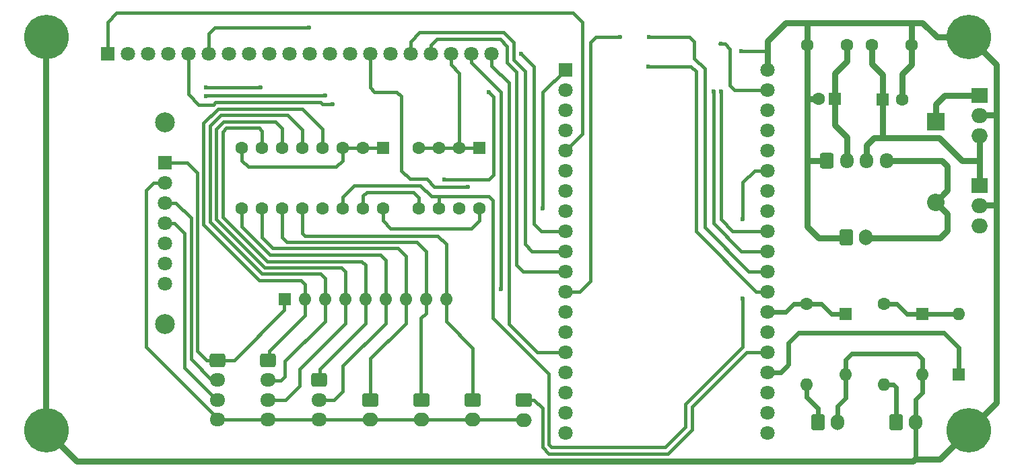
<source format=gbr>
%TF.GenerationSoftware,KiCad,Pcbnew,9.0.4*%
%TF.CreationDate,2025-12-09T22:45:37+01:00*%
%TF.ProjectId,VFO BFO Si5351,56464f20-4246-44f2-9053-69353335312e,rev?*%
%TF.SameCoordinates,Original*%
%TF.FileFunction,Copper,L2,Bot*%
%TF.FilePolarity,Positive*%
%FSLAX46Y46*%
G04 Gerber Fmt 4.6, Leading zero omitted, Abs format (unit mm)*
G04 Created by KiCad (PCBNEW 9.0.4) date 2025-12-09 22:45:37*
%MOMM*%
%LPD*%
G01*
G04 APERTURE LIST*
G04 Aperture macros list*
%AMRoundRect*
0 Rectangle with rounded corners*
0 $1 Rounding radius*
0 $2 $3 $4 $5 $6 $7 $8 $9 X,Y pos of 4 corners*
0 Add a 4 corners polygon primitive as box body*
4,1,4,$2,$3,$4,$5,$6,$7,$8,$9,$2,$3,0*
0 Add four circle primitives for the rounded corners*
1,1,$1+$1,$2,$3*
1,1,$1+$1,$4,$5*
1,1,$1+$1,$6,$7*
1,1,$1+$1,$8,$9*
0 Add four rect primitives between the rounded corners*
20,1,$1+$1,$2,$3,$4,$5,0*
20,1,$1+$1,$4,$5,$6,$7,0*
20,1,$1+$1,$6,$7,$8,$9,0*
20,1,$1+$1,$8,$9,$2,$3,0*%
G04 Aperture macros list end*
%TA.AperFunction,ComponentPad*%
%ADD10O,1.700000X2.000000*%
%TD*%
%TA.AperFunction,ComponentPad*%
%ADD11RoundRect,0.250000X-0.600000X-0.750000X0.600000X-0.750000X0.600000X0.750000X-0.600000X0.750000X0*%
%TD*%
%TA.AperFunction,ComponentPad*%
%ADD12C,1.800000*%
%TD*%
%TA.AperFunction,ComponentPad*%
%ADD13R,1.800000X1.800000*%
%TD*%
%TA.AperFunction,WasherPad*%
%ADD14C,2.500000*%
%TD*%
%TA.AperFunction,ComponentPad*%
%ADD15O,1.600000X1.600000*%
%TD*%
%TA.AperFunction,ComponentPad*%
%ADD16C,1.600000*%
%TD*%
%TA.AperFunction,ComponentPad*%
%ADD17O,2.000000X1.700000*%
%TD*%
%TA.AperFunction,ComponentPad*%
%ADD18RoundRect,0.250000X-0.750000X0.600000X-0.750000X-0.600000X0.750000X-0.600000X0.750000X0.600000X0*%
%TD*%
%TA.AperFunction,ComponentPad*%
%ADD19RoundRect,0.250000X-0.725000X0.600000X-0.725000X-0.600000X0.725000X-0.600000X0.725000X0.600000X0*%
%TD*%
%TA.AperFunction,ComponentPad*%
%ADD20O,1.950000X1.700000*%
%TD*%
%TA.AperFunction,ComponentPad*%
%ADD21R,2.000000X1.905000*%
%TD*%
%TA.AperFunction,ComponentPad*%
%ADD22O,2.000000X1.905000*%
%TD*%
%TA.AperFunction,ComponentPad*%
%ADD23C,3.600000*%
%TD*%
%TA.AperFunction,ConnectorPad*%
%ADD24C,5.600000*%
%TD*%
%TA.AperFunction,ComponentPad*%
%ADD25R,1.600000X1.600000*%
%TD*%
%TA.AperFunction,ComponentPad*%
%ADD26R,1.800000X1.700000*%
%TD*%
%TA.AperFunction,ComponentPad*%
%ADD27RoundRect,0.250000X-0.550000X0.550000X-0.550000X-0.550000X0.550000X-0.550000X0.550000X0.550000X0*%
%TD*%
%TA.AperFunction,ComponentPad*%
%ADD28R,2.200000X2.200000*%
%TD*%
%TA.AperFunction,ComponentPad*%
%ADD29O,2.200000X2.200000*%
%TD*%
%TA.AperFunction,ComponentPad*%
%ADD30RoundRect,0.250000X-0.600000X-0.725000X0.600000X-0.725000X0.600000X0.725000X-0.600000X0.725000X0*%
%TD*%
%TA.AperFunction,ComponentPad*%
%ADD31O,1.700000X1.950000*%
%TD*%
%TA.AperFunction,ViaPad*%
%ADD32C,0.600000*%
%TD*%
%TA.AperFunction,Conductor*%
%ADD33C,0.400000*%
%TD*%
%TA.AperFunction,Conductor*%
%ADD34C,0.800000*%
%TD*%
%TA.AperFunction,Conductor*%
%ADD35C,0.600000*%
%TD*%
G04 APERTURE END LIST*
D10*
%TO.P,J8,2,Pin_2*%
%TO.N,GND*%
X187974570Y-112522000D03*
D11*
%TO.P,J8,1,Pin_1*%
%TO.N,Net-(J8-Pin_1)*%
X185474570Y-112522000D03*
%TD*%
D10*
%TO.P,J9,2,Pin_2*%
%TO.N,GND*%
X197800600Y-112522000D03*
D11*
%TO.P,J9,1,Pin_1*%
%TO.N,Net-(J9-Pin_1)*%
X195300600Y-112522000D03*
%TD*%
D10*
%TO.P,J10,2,Pin_2*%
%TO.N,+12V*%
X191552200Y-89255600D03*
D11*
%TO.P,J10,1,Pin_1*%
%TO.N,GND*%
X189052200Y-89255600D03*
%TD*%
D12*
%TO.P,M1,7,CLK0*%
%TO.N,unconnected-(M1-CLK0-Pad7)*%
X103397000Y-95029600D03*
%TO.P,M1,6,CLK1*%
%TO.N,unconnected-(M1-CLK1-Pad6)*%
X103397000Y-92489600D03*
%TO.P,M1,5,CLK2*%
%TO.N,unconnected-(M1-CLK2-Pad5)*%
X103397000Y-89949600D03*
%TO.P,M1,4,SDA*%
%TO.N,SDA*%
X103397000Y-87409600D03*
%TO.P,M1,3,SCL*%
%TO.N,SCL*%
X103397000Y-84869600D03*
%TO.P,M1,2,GND*%
%TO.N,GND*%
X103397000Y-82329600D03*
D13*
%TO.P,M1,1,VDD*%
%TO.N,+3.3V*%
X103397000Y-79789600D03*
D14*
%TO.P,M1,*%
%TO.N,*%
X103397000Y-74709600D03*
X103397000Y-100109600D03*
%TD*%
D15*
%TO.P,R1,2*%
%TO.N,Net-(J9-Pin_1)*%
X193761970Y-107731000D03*
D16*
%TO.P,R1,1*%
%TO.N,Net-(D1-A)*%
X193761970Y-97571000D03*
%TD*%
D15*
%TO.P,R3,2*%
%TO.N,Net-(J8-Pin_1)*%
X184102970Y-107731000D03*
D16*
%TO.P,R3,1*%
%TO.N,RTTY IN*%
X184102970Y-97571000D03*
%TD*%
D17*
%TO.P,J6,2,Pin_2*%
%TO.N,GND*%
X142063725Y-112202619D03*
D18*
%TO.P,J6,1,Pin_1*%
%TO.N,Net-(J6-Pin_1)*%
X142063725Y-109702619D03*
%TD*%
D16*
%TO.P,C4,1*%
%TO.N,+5V*%
X189127086Y-64973027D03*
%TO.P,C4,2*%
%TO.N,GND*%
X184127086Y-64973027D03*
%TD*%
D19*
%TO.P,J2,1,Pin_1*%
%TO.N,Net-(J2-Pin_1)*%
X116365027Y-104702619D03*
D20*
%TO.P,J2,2,Pin_2*%
%TO.N,Net-(J2-Pin_2)*%
X116365027Y-107202619D03*
%TO.P,J2,3,Pin_3*%
%TO.N,Net-(J2-Pin_3)*%
X116365027Y-109702619D03*
%TO.P,J2,4,Pin_4*%
%TO.N,GND*%
X116365027Y-112202619D03*
%TD*%
D21*
%TO.P,U3,1,VI*%
%TO.N,Net-(D4-K)*%
X205812829Y-71325464D03*
D22*
%TO.P,U3,2,GND*%
%TO.N,GND*%
X205812829Y-73865464D03*
%TO.P,U3,3,VO*%
%TO.N,+9V*%
X205812829Y-76405464D03*
%TD*%
D19*
%TO.P,J3,1,Pin_1*%
%TO.N,Net-(J3-Pin_1)*%
X122789701Y-107202619D03*
D20*
%TO.P,J3,2,Pin_2*%
%TO.N,Net-(J3-Pin_2)*%
X122789701Y-109702619D03*
%TO.P,J3,3,Pin_3*%
%TO.N,GND*%
X122789701Y-112202619D03*
%TD*%
D19*
%TO.P,J1,1,Pin_1*%
%TO.N,+3.3V*%
X109940352Y-104702619D03*
D20*
%TO.P,J1,2,Pin_2*%
%TO.N,SCL*%
X109940352Y-107202619D03*
%TO.P,J1,3,Pin_3*%
%TO.N,SDA*%
X109940352Y-109702619D03*
%TO.P,J1,4,Pin_4*%
%TO.N,GND*%
X109940352Y-112202619D03*
%TD*%
D23*
%TO.P,H2,1,1*%
%TO.N,GND*%
X88500000Y-113500000D03*
D24*
X88500000Y-113500000D03*
%TD*%
D25*
%TO.P,C2,1*%
%TO.N,+9V*%
X193601286Y-71831027D03*
D16*
%TO.P,C2,2*%
%TO.N,GND*%
X196101286Y-71831027D03*
%TD*%
D18*
%TO.P,J5,1,Pin_1*%
%TO.N,Net-(J5-Pin_1)*%
X135639051Y-109702619D03*
D17*
%TO.P,J5,2,Pin_2*%
%TO.N,GND*%
X135639051Y-112202619D03*
%TD*%
D26*
%TO.P,U1,J2-1,3V3*%
%TO.N,+3.3V*%
X153725200Y-68100200D03*
D12*
%TO.P,U1,J2-2,EN*%
%TO.N,unconnected-(U1-EN-PadJ2-2)*%
X153725200Y-70640200D03*
%TO.P,U1,J2-3,SENSOR_VP*%
%TO.N,SW_RTTY_CW*%
X153725200Y-73180200D03*
%TO.P,U1,J2-4,SENSOR_VN*%
%TO.N,unconnected-(U1-SENSOR_VN-PadJ2-4)*%
X153725200Y-75720200D03*
%TO.P,U1,J2-5,IO34*%
%TO.N,CLK*%
X153725200Y-78260200D03*
%TO.P,U1,J2-6,IO35*%
%TO.N,DT*%
X153725200Y-80800200D03*
%TO.P,U1,J2-7,IO32*%
%TO.N,SW_STEP*%
X153725200Y-83340200D03*
%TO.P,U1,J2-8,IO33*%
%TO.N,SW_BAND*%
X153725200Y-85880200D03*
%TO.P,U1,J2-9,IO25*%
%TO.N,SW_MODE*%
X153725200Y-88420200D03*
%TO.P,U1,J2-10,IO26*%
%TO.N,SW_AGC*%
X153725200Y-90960200D03*
%TO.P,U1,J2-11,IO27*%
%TO.N,SW_ATT*%
X153725200Y-93500200D03*
%TO.P,U1,J2-12,IO14*%
%TO.N,SW_SCAN*%
X153725200Y-96040200D03*
%TO.P,U1,J2-13,IO12*%
%TO.N,CLK-2*%
X153725200Y-98580200D03*
%TO.P,U1,J2-14,GND1*%
%TO.N,unconnected-(U1-GND1-PadJ2-14)*%
X153725200Y-101120200D03*
%TO.P,U1,J2-15,IO13*%
%TO.N,DT-2*%
X153725200Y-103660200D03*
%TO.P,U1,J2-16,SD2*%
%TO.N,unconnected-(U1-SD2-PadJ2-16)*%
X153725200Y-106200200D03*
%TO.P,U1,J2-17,SD3*%
%TO.N,unconnected-(U1-SD3-PadJ2-17)*%
X153725200Y-108740200D03*
%TO.P,U1,J2-18,CMD*%
%TO.N,unconnected-(U1-CMD-PadJ2-18)*%
X153725200Y-111280200D03*
%TO.P,U1,J2-19,EXT_5V*%
%TO.N,+5V*%
X153725200Y-113820200D03*
%TO.P,U1,J3-1,GND3*%
%TO.N,GND*%
X179125200Y-68100200D03*
%TO.P,U1,J3-2,IO23*%
%TO.N,MOSI*%
X179125200Y-70640200D03*
%TO.P,U1,J3-3,IO22*%
%TO.N,SDA*%
X179125200Y-73180200D03*
%TO.P,U1,J3-4,TXD0*%
%TO.N,unconnected-(U1-TXD0-PadJ3-4)*%
X179125200Y-75720200D03*
%TO.P,U1,J3-5,RXD0*%
%TO.N,unconnected-(U1-RXD0-PadJ3-5)*%
X179125200Y-78260200D03*
%TO.P,U1,J3-6,IO21*%
%TO.N,SCL*%
X179125200Y-80800200D03*
%TO.P,U1,J3-7,GND2*%
%TO.N,unconnected-(U1-GND2-PadJ3-7)*%
X179125200Y-83340200D03*
%TO.P,U1,J3-8,IO19*%
%TO.N,unconnected-(U1-IO19-PadJ3-8)*%
X179125200Y-85880200D03*
%TO.P,U1,J3-9,IO18*%
%TO.N,SCK*%
X179125200Y-88420200D03*
%TO.P,U1,J3-10,IO5*%
%TO.N,CS*%
X179125200Y-90960200D03*
%TO.P,U1,J3-11,IO17*%
%TO.N,RST*%
X179125200Y-93500200D03*
%TO.P,U1,J3-12,IO16*%
%TO.N,D{slash}C*%
X179125200Y-96040200D03*
%TO.P,U1,J3-13,IO4*%
%TO.N,RTTY IN*%
X179125200Y-98580200D03*
%TO.P,U1,J3-14,IO0*%
%TO.N,unconnected-(U1-IO0-PadJ3-14)*%
X179125200Y-101120200D03*
%TO.P,U1,J3-15,IO2*%
%TO.N,TX*%
X179125200Y-103660200D03*
%TO.P,U1,J3-16,IO15*%
%TO.N,METER*%
X179125200Y-106200200D03*
%TO.P,U1,J3-17,SD1*%
%TO.N,unconnected-(U1-SD1-PadJ3-17)*%
X179125200Y-108740200D03*
%TO.P,U1,J3-18,SD0*%
%TO.N,unconnected-(U1-SD0-PadJ3-18)*%
X179125200Y-111280200D03*
%TO.P,U1,J3-19,CLK*%
%TO.N,unconnected-(U1-CLK-PadJ3-19)*%
X179125200Y-113820200D03*
%TD*%
D23*
%TO.P,H1,1,1*%
%TO.N,GND*%
X204500000Y-113500000D03*
D24*
X204500000Y-113500000D03*
%TD*%
D25*
%TO.P,C3,1*%
%TO.N,+5V*%
X187582199Y-71805627D03*
D16*
%TO.P,C3,2*%
%TO.N,GND*%
X185582199Y-71805627D03*
%TD*%
D27*
%TO.P,U5,1,A0*%
%TO.N,GND*%
X142930200Y-77955400D03*
D16*
%TO.P,U5,2,A1*%
X140390200Y-77955400D03*
%TO.P,U5,3,A2*%
X137850200Y-77955400D03*
%TO.P,U5,4,GND*%
X135310200Y-77955400D03*
%TO.P,U5,5,SDA*%
%TO.N,SDA*%
X135310200Y-85575400D03*
%TO.P,U5,6,SCL*%
%TO.N,SCL*%
X137850200Y-85575400D03*
%TO.P,U5,7,WP*%
%TO.N,GND*%
X140390200Y-85575400D03*
%TO.P,U5,8,VCC*%
%TO.N,+3.3V*%
X142930200Y-85575400D03*
%TD*%
D25*
%TO.P,D3,1,K*%
%TO.N,RTTY IN*%
X188932470Y-98841000D03*
D15*
%TO.P,D3,2,A*%
%TO.N,GND*%
X188932470Y-106461000D03*
%TD*%
D23*
%TO.P,H4,1,1*%
%TO.N,GND*%
X88500000Y-64000000D03*
D24*
X88500000Y-64000000D03*
%TD*%
D16*
%TO.P,C1,1*%
%TO.N,+9V*%
X192283665Y-64987627D03*
%TO.P,C1,2*%
%TO.N,GND*%
X197283665Y-64987627D03*
%TD*%
D21*
%TO.P,U4,1,VI*%
%TO.N,+9V*%
X205812829Y-82671464D03*
D22*
%TO.P,U4,2,GND*%
%TO.N,GND*%
X205812829Y-85211464D03*
%TO.P,U4,3,VO*%
%TO.N,+5V*%
X205812829Y-87751464D03*
%TD*%
D28*
%TO.P,D4,1,K*%
%TO.N,Net-(D4-K)*%
X200314229Y-74627464D03*
D29*
%TO.P,D4,2,A*%
%TO.N,+12V*%
X200314229Y-84787464D03*
%TD*%
D18*
%TO.P,J4,1,Pin_1*%
%TO.N,Net-(J4-Pin_1)*%
X129214376Y-109702619D03*
D17*
%TO.P,J4,2,Pin_2*%
%TO.N,GND*%
X129214376Y-112202619D03*
%TD*%
D23*
%TO.P,H3,1,1*%
%TO.N,GND*%
X204500000Y-64000000D03*
D24*
X204500000Y-64000000D03*
%TD*%
D27*
%TO.P,U2,1,A0*%
%TO.N,GND*%
X130828200Y-77995800D03*
D16*
%TO.P,U2,2,A1*%
X128288200Y-77995800D03*
%TO.P,U2,3,A2*%
X125748200Y-77995800D03*
%TO.P,U2,4,P0*%
%TO.N,Net-(J2-Pin_1)*%
X123208200Y-77995800D03*
%TO.P,U2,5,P1*%
%TO.N,Net-(J2-Pin_2)*%
X120668200Y-77995800D03*
%TO.P,U2,6,P2*%
%TO.N,Net-(J2-Pin_3)*%
X118128200Y-77995800D03*
%TO.P,U2,7,P3*%
%TO.N,Net-(J3-Pin_1)*%
X115588200Y-77995800D03*
%TO.P,U2,8,GND*%
%TO.N,GND*%
X113048200Y-77995800D03*
%TO.P,U2,9,P4*%
%TO.N,Net-(J3-Pin_2)*%
X113048200Y-85615800D03*
%TO.P,U2,10,P5*%
%TO.N,Net-(J4-Pin_1)*%
X115588200Y-85615800D03*
%TO.P,U2,11,P6*%
%TO.N,Net-(J5-Pin_1)*%
X118128200Y-85615800D03*
%TO.P,U2,12,P7*%
%TO.N,Net-(J6-Pin_1)*%
X120668200Y-85615800D03*
%TO.P,U2,13,~{INT}*%
%TO.N,unconnected-(U2-~{INT}-Pad13)*%
X123208200Y-85615800D03*
%TO.P,U2,14,SCL*%
%TO.N,SCL*%
X125748200Y-85615800D03*
%TO.P,U2,15,SDA*%
%TO.N,SDA*%
X128288200Y-85615800D03*
%TO.P,U2,16,VDD*%
%TO.N,+3.3V*%
X130828200Y-85615800D03*
%TD*%
D25*
%TO.P,RN1,1,common*%
%TO.N,+3.3V*%
X118407600Y-97012200D03*
D15*
%TO.P,RN1,2,R1*%
%TO.N,Net-(J2-Pin_1)*%
X120947600Y-97012200D03*
%TO.P,RN1,3,R2*%
%TO.N,Net-(J2-Pin_2)*%
X123487600Y-97012200D03*
%TO.P,RN1,4,R3*%
%TO.N,Net-(J2-Pin_3)*%
X126027600Y-97012200D03*
%TO.P,RN1,5,R4*%
%TO.N,Net-(J3-Pin_1)*%
X128567600Y-97012200D03*
%TO.P,RN1,6,R5*%
%TO.N,Net-(J3-Pin_2)*%
X131107600Y-97012200D03*
%TO.P,RN1,7,R6*%
%TO.N,Net-(J4-Pin_1)*%
X133647600Y-97012200D03*
%TO.P,RN1,8,R7*%
%TO.N,Net-(J5-Pin_1)*%
X136187600Y-97012200D03*
%TO.P,RN1,9,R8*%
%TO.N,Net-(J6-Pin_1)*%
X138727600Y-97012200D03*
%TD*%
D25*
%TO.P,D1,1,K*%
%TO.N,METER*%
X203170970Y-106461000D03*
D15*
%TO.P,D1,2,A*%
%TO.N,Net-(D1-A)*%
X203170970Y-98841000D03*
%TD*%
D25*
%TO.P,D2,1,K*%
%TO.N,Net-(D1-A)*%
X198591470Y-98841000D03*
D15*
%TO.P,D2,2,A*%
%TO.N,GND*%
X198591470Y-106461000D03*
%TD*%
D18*
%TO.P,J7,1,Pin_1*%
%TO.N,TX*%
X148488400Y-109728000D03*
D17*
%TO.P,J7,2,Pin_2*%
%TO.N,GND*%
X148488400Y-112228000D03*
%TD*%
D13*
%TO.P,J12,1,Pin_1*%
%TO.N,CLK*%
X96168800Y-66144400D03*
D12*
%TO.P,J12,2,Pin_2*%
%TO.N,DT*%
X98708800Y-66144400D03*
%TO.P,J12,3,Pin_3*%
%TO.N,+9V*%
X101248800Y-66144400D03*
%TO.P,J12,4,Pin_4*%
%TO.N,SW_RTTY_CW*%
X103788800Y-66144400D03*
%TO.P,J12,5,Pin_5*%
%TO.N,SW_STEP*%
X106328800Y-66144400D03*
%TO.P,J12,6,Pin_6*%
%TO.N,SW_SCAN*%
X108868800Y-66144400D03*
%TO.P,J12,7,Pin_7*%
%TO.N,+3.3V*%
X111408800Y-66144400D03*
%TO.P,J12,8,Pin_8*%
%TO.N,GND*%
X113948800Y-66144400D03*
%TO.P,J12,9,Pin_9*%
%TO.N,CS*%
X116488800Y-66144400D03*
%TO.P,J12,10,Pin_10*%
%TO.N,RST*%
X119028800Y-66144400D03*
%TO.P,J12,11,Pin_11*%
%TO.N,D{slash}C*%
X121568800Y-66144400D03*
%TO.P,J12,12,Pin_12*%
%TO.N,MOSI*%
X124108800Y-66144400D03*
%TO.P,J12,13,Pin_13*%
%TO.N,SCK*%
X126648800Y-66144400D03*
%TO.P,J12,14,Pin_14*%
%TO.N,SW_BAND*%
X129188800Y-66144400D03*
%TO.P,J12,15,Pin_15*%
%TO.N,SW_MODE*%
X131728800Y-66144400D03*
%TO.P,J12,16,Pin_16*%
%TO.N,SW_AGC*%
X134268800Y-66144400D03*
%TO.P,J12,17,Pin_17*%
%TO.N,SW_ATT*%
X136808800Y-66144400D03*
%TO.P,J12,18,Pin_18*%
%TO.N,GND*%
X139348800Y-66144400D03*
%TO.P,J12,19,Pin_19*%
%TO.N,CLK-2*%
X141888800Y-66144400D03*
%TO.P,J12,20,Pin_20*%
%TO.N,DT-2*%
X144428800Y-66144400D03*
%TD*%
D30*
%TO.P,J11,1,Pin_1*%
%TO.N,GND*%
X186639200Y-79527400D03*
D31*
%TO.P,J11,2,Pin_2*%
%TO.N,+5V*%
X189139200Y-79527400D03*
%TO.P,J11,3,Pin_3*%
%TO.N,+9V*%
X191639200Y-79527400D03*
%TO.P,J11,4,Pin_4*%
%TO.N,+12V*%
X194139200Y-79527400D03*
%TD*%
D32*
%TO.N,SCL*%
X176022000Y-96926400D03*
X176022000Y-86969600D03*
%TO.N,GND*%
X175873800Y-65763400D03*
%TO.N,SDA*%
X138479100Y-81939100D03*
X144106303Y-70949300D03*
%TO.N,+3.3V*%
X150905800Y-85547200D03*
%TO.N,DT*%
X123500726Y-71362604D03*
X108559600Y-71399400D03*
%TO.N,SW_STEP*%
X124500000Y-72452300D03*
%TO.N,CLK-2*%
X145622600Y-95707200D03*
%TO.N,SW_BAND*%
X141452400Y-82846900D03*
%TO.N,SW_MODE*%
X148127700Y-66118509D03*
%TO.N,SW_SCAN*%
X121462800Y-62788800D03*
X160629600Y-63960000D03*
%TO.N,SW_RTTY_CW*%
X115417600Y-70307200D03*
X108559600Y-70307200D03*
%TO.N,SCK*%
X173345803Y-70868800D03*
%TO.N,D{slash}C*%
X164164600Y-67693800D03*
%TO.N,MOSI*%
X173345803Y-64863400D03*
%TO.N,RST*%
X164236400Y-63963400D03*
%TO.N,CS*%
X172345800Y-70868800D03*
%TD*%
D33*
%TO.N,MOSI*%
X175010400Y-70640200D02*
X179125200Y-70640200D01*
X174426200Y-70056000D02*
X175010400Y-70640200D01*
X174426200Y-65484000D02*
X174426200Y-70056000D01*
X173126400Y-64863400D02*
X173805600Y-64863400D01*
X173805600Y-64863400D02*
X174426200Y-65484000D01*
%TO.N,SDA*%
X144128100Y-81939100D02*
X138479100Y-81939100D01*
X144708200Y-81359000D02*
X144128100Y-81939100D01*
X144708200Y-73752600D02*
X144708200Y-81359000D01*
X144722600Y-73738200D02*
X144708200Y-73752600D01*
X144106303Y-70949300D02*
X144722600Y-71565597D01*
X144722600Y-71565597D02*
X144722600Y-73738200D01*
%TO.N,SW_MODE*%
X150677200Y-88420200D02*
X153725200Y-88420200D01*
X149762800Y-87505800D02*
X150677200Y-88420200D01*
X149762800Y-67753609D02*
X149762800Y-87505800D01*
X148127700Y-66118509D02*
X149762800Y-67753609D01*
%TO.N,SW_AGC*%
X149559600Y-90960200D02*
X153725200Y-90960200D01*
X147227700Y-66846600D02*
X148670600Y-68289500D01*
X148670600Y-68289500D02*
X148670600Y-90071200D01*
X147227700Y-64650700D02*
X147227700Y-66846600D01*
X134268800Y-64544200D02*
X135414600Y-63398400D01*
X135414600Y-63398400D02*
X145975400Y-63398400D01*
X134268800Y-66144400D02*
X134268800Y-64544200D01*
X145975400Y-63398400D02*
X147227700Y-64650700D01*
X148670600Y-90071200D02*
X149559600Y-90960200D01*
%TO.N,CLK*%
X155829000Y-76156400D02*
X153725200Y-78260200D01*
X155829000Y-62128400D02*
X155829000Y-76156400D01*
X154660600Y-60960000D02*
X155829000Y-62128400D01*
X97307400Y-60960000D02*
X154660600Y-60960000D01*
X96168800Y-62098600D02*
X97307400Y-60960000D01*
X96168800Y-66144400D02*
X96168800Y-62098600D01*
%TO.N,SW_SCAN*%
X108868800Y-63579000D02*
X108868800Y-66144400D01*
X121462800Y-62788800D02*
X109659000Y-62788800D01*
X109659000Y-62788800D02*
X108868800Y-63579000D01*
%TO.N,SCL*%
X177517800Y-80800200D02*
X179125200Y-80800200D01*
X176022000Y-82296000D02*
X177517800Y-80800200D01*
X176022000Y-86969600D02*
X176022000Y-82296000D01*
X176022000Y-96926400D02*
X176022000Y-96875600D01*
X144117900Y-84096100D02*
X137929100Y-84096100D01*
X144606600Y-84584800D02*
X144117900Y-84096100D01*
X151638000Y-106375200D02*
X144606600Y-99343800D01*
X144606600Y-99343800D02*
X144606600Y-84584800D01*
X166299600Y-115647600D02*
X151969600Y-115647600D01*
X168863600Y-113083600D02*
X166299600Y-115647600D01*
X151969600Y-115647600D02*
X151638000Y-115316000D01*
X168863600Y-110216415D02*
X168863600Y-113083600D01*
X176022000Y-103058015D02*
X168863600Y-110216415D01*
X176022000Y-96926400D02*
X176022000Y-103058015D01*
X151638000Y-115316000D02*
X151638000Y-106375200D01*
%TO.N,SCK*%
X174780200Y-88420200D02*
X179125200Y-88420200D01*
X173334000Y-86974000D02*
X174780200Y-88420200D01*
X173334000Y-70880603D02*
X173334000Y-86974000D01*
%TO.N,CS*%
X175847000Y-90960200D02*
X179125200Y-90960200D01*
X172345800Y-87459000D02*
X175847000Y-90960200D01*
X172345800Y-70868800D02*
X172345800Y-87459000D01*
%TO.N,RST*%
X176812200Y-93500200D02*
X179125200Y-93500200D01*
X171276600Y-67974800D02*
X171276600Y-87964600D01*
X169316400Y-63957200D02*
X169964100Y-64604900D01*
X167259000Y-63957200D02*
X169316400Y-63957200D01*
X167252800Y-63963400D02*
X167259000Y-63957200D01*
X169964100Y-64604900D02*
X169964100Y-66662300D01*
X169964100Y-66662300D02*
X171276600Y-67974800D01*
X171276600Y-87964600D02*
X176812200Y-93500200D01*
X164236400Y-63963400D02*
X167252800Y-63963400D01*
%TO.N,D{slash}C*%
X177726600Y-96040200D02*
X179125200Y-96040200D01*
X170180000Y-88493600D02*
X177726600Y-96040200D01*
X170180000Y-68349800D02*
X170180000Y-88493600D01*
X169524000Y-67693800D02*
X170180000Y-68349800D01*
X164063000Y-67693800D02*
X169524000Y-67693800D01*
%TO.N,TX*%
X149809200Y-109728000D02*
X149148800Y-109728000D01*
X150837000Y-115647785D02*
X150837000Y-110755800D01*
X151637814Y-116448600D02*
X150837000Y-115647785D01*
X169664600Y-113415386D02*
X166631385Y-116448600D01*
X166631385Y-116448600D02*
X151637814Y-116448600D01*
X169664600Y-110548200D02*
X169664600Y-113415386D01*
X176552600Y-103660200D02*
X169664600Y-110548200D01*
X150837000Y-110755800D02*
X149809200Y-109728000D01*
X179125200Y-103660200D02*
X176552600Y-103660200D01*
%TO.N,+3.3V*%
X112060981Y-104702619D02*
X109940352Y-104702619D01*
X118372600Y-98391000D02*
X112060981Y-104702619D01*
X118372600Y-96977200D02*
X118372600Y-98391000D01*
X118408000Y-97012600D02*
X118372600Y-96977200D01*
%TO.N,Net-(J2-Pin_1)*%
X116475093Y-103488907D02*
X120947600Y-99016400D01*
X120947600Y-99016400D02*
X120947600Y-97012200D01*
X116475093Y-104530560D02*
X116475093Y-103488907D01*
X116647152Y-104702619D02*
X116475093Y-104530560D01*
%TO.N,Net-(J3-Pin_1)*%
X128568000Y-100090000D02*
X128568000Y-97012600D01*
X122834400Y-107202619D02*
X122834400Y-105823600D01*
X122834400Y-105823600D02*
X128568000Y-100090000D01*
X128568000Y-97012600D02*
X128567600Y-97012200D01*
%TO.N,Net-(J6-Pin_1)*%
X138728000Y-99813600D02*
X142063725Y-103149325D01*
X142063725Y-103149325D02*
X142063725Y-109702619D01*
X138728000Y-97012200D02*
X138728000Y-99813600D01*
%TO.N,Net-(J4-Pin_1)*%
X129235200Y-104452000D02*
X133648000Y-100039200D01*
X129235200Y-109681795D02*
X129235200Y-104452000D01*
X129214376Y-109702619D02*
X129235200Y-109681795D01*
X133648000Y-100039200D02*
X133648000Y-97012200D01*
X129214376Y-109609191D02*
X129214376Y-109702619D01*
X129590800Y-109232767D02*
X129214376Y-109609191D01*
%TO.N,Net-(J5-Pin_1)*%
X135585200Y-99349200D02*
X136188000Y-98746400D01*
X135585200Y-109702619D02*
X135585200Y-99349200D01*
X135608648Y-109702619D02*
X135585200Y-109702619D01*
%TO.N,GND*%
X149148800Y-112228000D02*
X149123419Y-112202619D01*
X149123419Y-112202619D02*
X109940352Y-112202619D01*
D34*
X197459600Y-117449600D02*
X197713600Y-117195600D01*
X92303600Y-117449600D02*
X197459600Y-117449600D01*
X88500000Y-113500000D02*
X88500000Y-113646000D01*
X88500000Y-113646000D02*
X92303600Y-117449600D01*
D33*
%TO.N,Net-(J2-Pin_2)*%
X123488000Y-99778000D02*
X123488000Y-97012200D01*
X118465600Y-106730800D02*
X118465600Y-104800400D01*
X118465600Y-104800400D02*
X123488000Y-99778000D01*
X117969400Y-107227000D02*
X118465600Y-106730800D01*
X116499474Y-107227000D02*
X117969400Y-107227000D01*
X116475093Y-107202619D02*
X116499474Y-107227000D01*
%TO.N,Net-(J2-Pin_3)*%
X126028000Y-100065000D02*
X126028000Y-97012200D01*
X120294400Y-105798600D02*
X126028000Y-100065000D01*
X118517400Y-109727000D02*
X120294400Y-107950000D01*
X118280434Y-109702619D02*
X118304815Y-109727000D01*
X116647152Y-109702619D02*
X118280434Y-109702619D01*
X118304815Y-109727000D02*
X118517400Y-109727000D01*
X120294400Y-107950000D02*
X120294400Y-105798600D01*
%TO.N,Net-(J3-Pin_2)*%
X131108000Y-100039200D02*
X131108000Y-97012200D01*
X125730000Y-108610400D02*
X125730000Y-105417200D01*
X125730000Y-105417200D02*
X131108000Y-100039200D01*
X124637781Y-109702619D02*
X125730000Y-108610400D01*
X123353852Y-109702619D02*
X124637781Y-109702619D01*
%TO.N,Net-(J2-Pin_2)*%
X116647152Y-107202619D02*
X116475093Y-107202619D01*
%TO.N,GND*%
X109940352Y-111971152D02*
X100969000Y-102999800D01*
X109940352Y-112202619D02*
X109940352Y-111971152D01*
%TO.N,SDA*%
X109915971Y-109727000D02*
X109940352Y-109702619D01*
X109881000Y-109727000D02*
X109915971Y-109727000D01*
X105841000Y-105686800D02*
X109881000Y-109727000D01*
X105841000Y-88719600D02*
X105841000Y-105686800D01*
X104531000Y-87409600D02*
X105841000Y-88719600D01*
X103397000Y-87409600D02*
X104531000Y-87409600D01*
%TO.N,SCL*%
X104734000Y-84869600D02*
X103397000Y-84869600D01*
X106642000Y-104582800D02*
X106642000Y-86777400D01*
X109286000Y-107227000D02*
X106642000Y-104582800D01*
%TO.N,GND*%
X101955000Y-82329600D02*
X103397000Y-82329600D01*
%TO.N,SCL*%
X109915971Y-107227000D02*
X109286000Y-107227000D01*
X109940352Y-107202619D02*
X109915971Y-107227000D01*
%TO.N,+3.3V*%
X106171000Y-79789600D02*
X103397000Y-79789600D01*
X107443000Y-81050600D02*
X106176000Y-79784200D01*
X107443000Y-103529600D02*
X107443000Y-81050600D01*
X109940352Y-104702619D02*
X109915971Y-104727000D01*
X108640000Y-104727000D02*
X107443000Y-103529600D01*
X109915971Y-104727000D02*
X108640000Y-104727000D01*
%TO.N,SCL*%
X106642000Y-86777400D02*
X104734000Y-84869600D01*
%TO.N,GND*%
X100969000Y-83314800D02*
X101955000Y-82329600D01*
X100969000Y-102999800D02*
X100969000Y-83314800D01*
%TO.N,+3.3V*%
X106176000Y-79784200D02*
X106171000Y-79789600D01*
D34*
%TO.N,+9V*%
X193601286Y-68709486D02*
X193601286Y-71831027D01*
X192283665Y-67391865D02*
X193601286Y-68709486D01*
X191639200Y-77600800D02*
X191639200Y-79527400D01*
X193598800Y-71833513D02*
X193601286Y-71831027D01*
X205816200Y-82668093D02*
X205812829Y-82671464D01*
X205816200Y-76408835D02*
X205816200Y-82668093D01*
X200710800Y-76708000D02*
X192532000Y-76708000D01*
X192532000Y-76708000D02*
X191639200Y-77600800D01*
X205816200Y-79603600D02*
X203606400Y-79603600D01*
X193598800Y-76708000D02*
X193598800Y-71833513D01*
X192283665Y-64987627D02*
X192283665Y-67391865D01*
X203606400Y-79603600D02*
X200710800Y-76708000D01*
X205891293Y-76327000D02*
X205812829Y-76405464D01*
X205812829Y-76405464D02*
X205816200Y-76408835D01*
D33*
%TO.N,GND*%
X137850200Y-77955400D02*
X135310200Y-77955400D01*
X113872600Y-80368400D02*
X113048200Y-79544000D01*
D35*
X187985400Y-110439200D02*
X188932470Y-109492130D01*
D34*
X184127086Y-71805800D02*
X184127086Y-79603600D01*
D33*
X113048200Y-79544000D02*
X113048200Y-77995800D01*
D35*
X197800600Y-109590200D02*
X197800600Y-112522000D01*
D34*
X200474200Y-64000000D02*
X204500000Y-64000000D01*
D33*
X179099600Y-65763400D02*
X179125000Y-65738000D01*
D34*
X184127259Y-71805627D02*
X185582199Y-71805627D01*
X205891293Y-85133000D02*
X205812829Y-85211464D01*
D35*
X198628000Y-104546400D02*
X198628000Y-106424470D01*
D33*
X142930200Y-77955400D02*
X140390200Y-77955400D01*
D34*
X207949800Y-110058200D02*
X204508000Y-113500000D01*
X205891293Y-73787000D02*
X205812829Y-73865464D01*
X186237162Y-79252362D02*
X186512200Y-79527400D01*
X204500000Y-113508000D02*
X204500000Y-113500000D01*
X204508000Y-113500000D02*
X204500000Y-113500000D01*
X186512200Y-79527400D02*
X186639200Y-79527400D01*
X184127086Y-87835686D02*
X185597800Y-89306400D01*
D33*
X128288200Y-77995800D02*
X125748200Y-77995800D01*
D35*
X187985400Y-112516170D02*
X187985400Y-110439200D01*
D34*
X197283665Y-64987627D02*
X197283665Y-67473648D01*
D35*
X197800600Y-112522000D02*
X197800600Y-117108600D01*
D34*
X197283665Y-62202735D02*
X197283665Y-64987627D01*
X88396400Y-113396400D02*
X88396400Y-62603600D01*
D35*
X198591470Y-106461000D02*
X198591470Y-108799330D01*
D33*
X125748200Y-77995800D02*
X125748200Y-79541800D01*
D34*
X184127086Y-79603600D02*
X184127086Y-87835686D01*
X184127086Y-64973027D02*
X184127086Y-62202114D01*
X186639200Y-79527400D02*
X184203286Y-79527400D01*
X207949800Y-73787000D02*
X205891293Y-73787000D01*
X207949800Y-67449800D02*
X207949800Y-110058200D01*
X197283665Y-67473648D02*
X196101286Y-68656027D01*
X200812400Y-117195600D02*
X204500000Y-113508000D01*
X184127086Y-71805800D02*
X184127259Y-71805627D01*
D33*
X139348800Y-67490600D02*
X140390200Y-68532000D01*
D34*
X181406800Y-62179200D02*
X184150000Y-62179200D01*
X179125000Y-68100200D02*
X179125000Y-65331400D01*
X179125000Y-64461000D02*
X181406800Y-62179200D01*
D35*
X197945000Y-103863400D02*
X198628000Y-104546400D01*
D34*
X179125000Y-68100600D02*
X179125000Y-68100200D01*
D33*
X140390200Y-77955400D02*
X137850200Y-77955400D01*
D34*
X185597800Y-89306400D02*
X189001400Y-89306400D01*
X184203286Y-79527400D02*
X184127086Y-79603600D01*
D33*
X139348800Y-66144400D02*
X139348800Y-67490600D01*
X140390200Y-68532000D02*
X140390200Y-77955400D01*
D35*
X187824370Y-112677200D02*
X187985400Y-112516170D01*
D34*
X184127086Y-64973027D02*
X184127086Y-71805800D01*
X197307200Y-62179200D02*
X197283665Y-62202735D01*
D35*
X188932470Y-109492130D02*
X188932470Y-104640730D01*
D34*
X196101286Y-68656027D02*
X196101286Y-71831027D01*
X184127086Y-62202114D02*
X184150000Y-62179200D01*
D33*
X130828200Y-77995800D02*
X128288200Y-77995800D01*
D35*
X188932470Y-104640730D02*
X189709800Y-103863400D01*
D34*
X207949800Y-85133000D02*
X205891293Y-85133000D01*
X88500000Y-113500000D02*
X88396400Y-113396400D01*
X189001400Y-89306400D02*
X189052200Y-89255600D01*
D33*
X124921600Y-80368400D02*
X113872600Y-80368400D01*
X125748200Y-79541800D02*
X124921600Y-80368400D01*
X179125000Y-65738000D02*
X179125000Y-65331400D01*
X179125200Y-68100200D02*
X179125000Y-68100200D01*
D34*
X197713600Y-117195600D02*
X200812400Y-117195600D01*
D35*
X198628000Y-106424470D02*
X198591470Y-106461000D01*
D34*
X204500000Y-64000000D02*
X207949800Y-67449800D01*
D33*
X175873800Y-65763400D02*
X179099600Y-65763400D01*
D35*
X198591470Y-108799330D02*
X197800600Y-109590200D01*
D34*
X184150000Y-62179200D02*
X198653400Y-62179200D01*
X179125000Y-65331400D02*
X179125000Y-64461000D01*
X198653400Y-62179200D02*
X200474200Y-64000000D01*
D35*
X197800600Y-117108600D02*
X197713600Y-117195600D01*
X189709800Y-103863400D02*
X197945000Y-103863400D01*
D34*
%TO.N,+5V*%
X187582199Y-75085599D02*
X189139200Y-76642600D01*
X187582199Y-68602201D02*
X187582199Y-71805627D01*
X187582199Y-71805627D02*
X187582199Y-75085599D01*
X189127086Y-67057314D02*
X187582199Y-68602201D01*
X189127086Y-64973027D02*
X189127086Y-67057314D01*
X189139200Y-76642600D02*
X189139200Y-79527400D01*
%TO.N,Net-(D4-K)*%
X201431829Y-71325464D02*
X200314229Y-72443064D01*
X205812829Y-71325464D02*
X201431829Y-71325464D01*
X200314229Y-72443064D02*
X200314229Y-74627464D01*
D35*
%TO.N,Net-(D1-A)*%
X198591470Y-98841000D02*
X196690570Y-98841000D01*
X195420570Y-97571000D02*
X193761970Y-97571000D01*
X196690570Y-98841000D02*
X195420570Y-97571000D01*
X203170970Y-98841000D02*
X198591470Y-98841000D01*
%TO.N,METER*%
X183055000Y-101272600D02*
X181813200Y-102514400D01*
X203174600Y-106457370D02*
X203174600Y-103147800D01*
X181813200Y-105214000D02*
X180827000Y-106200200D01*
X180827000Y-106200200D02*
X179125200Y-106200200D01*
X203170970Y-106461000D02*
X203174600Y-106457370D01*
X181813200Y-102514400D02*
X181813200Y-105214000D01*
X201299400Y-101272600D02*
X183055000Y-101272600D01*
X203174600Y-103147800D02*
X201299400Y-101272600D01*
X179125200Y-106200200D02*
X179125000Y-106200200D01*
D33*
%TO.N,Net-(J5-Pin_1)*%
X136188000Y-98746400D02*
X136188000Y-90999800D01*
X135003600Y-89815400D02*
X118722000Y-89815400D01*
X136188000Y-90999800D02*
X135003600Y-89815400D01*
X118128000Y-89221400D02*
X118128000Y-87418600D01*
X118722000Y-89815400D02*
X118128000Y-89221400D01*
X118128200Y-87418400D02*
X118128200Y-85615800D01*
X118128000Y-87418600D02*
X118128000Y-85615800D01*
X136188000Y-98746400D02*
X136187600Y-98746000D01*
X136187600Y-98746000D02*
X136187600Y-97012200D01*
X118128000Y-87418600D02*
X118128200Y-87418400D01*
%TO.N,Net-(J6-Pin_1)*%
X138728000Y-90060000D02*
X137682400Y-89014400D01*
X120668200Y-87151700D02*
X120668200Y-85615800D01*
X120668000Y-87151900D02*
X120668200Y-87151700D01*
X138728000Y-97012200D02*
X138728000Y-90060000D01*
X138727600Y-97012200D02*
X138728000Y-97012200D01*
X120668000Y-87151900D02*
X120668000Y-85615800D01*
X120668000Y-88688000D02*
X120668000Y-87151900D01*
X137682400Y-89014400D02*
X120995000Y-89014400D01*
X120995000Y-89014400D02*
X120668000Y-88688000D01*
D35*
%TO.N,Net-(J8-Pin_1)*%
X184099200Y-109347000D02*
X185470800Y-110718600D01*
X184099200Y-107731000D02*
X184099200Y-109347000D01*
X185470800Y-110718600D02*
X185470800Y-111937400D01*
%TO.N,Net-(J9-Pin_1)*%
X195300600Y-112522000D02*
X195247000Y-112575600D01*
X194954600Y-107731000D02*
X195300600Y-108077000D01*
X195300600Y-108077000D02*
X195300600Y-112522000D01*
X193761970Y-107731000D02*
X194954600Y-107731000D01*
D33*
%TO.N,Net-(J2-Pin_2)*%
X109045000Y-75181200D02*
X110413800Y-73812400D01*
X123488000Y-94352600D02*
X122967600Y-93832200D01*
X110413800Y-73812400D02*
X118795800Y-73812400D01*
X109045000Y-87305800D02*
X109045000Y-75181200D01*
X122967600Y-93832200D02*
X115571000Y-93832200D01*
X118795800Y-73812400D02*
X120668000Y-75684600D01*
X123488000Y-97012200D02*
X123488000Y-94352600D01*
X120668000Y-77995800D02*
X120668200Y-77995800D01*
X120668000Y-75684600D02*
X120668000Y-77995800D01*
X115571000Y-93832200D02*
X109045000Y-87305800D01*
X123487600Y-97012200D02*
X123488000Y-97012200D01*
%TO.N,SDA*%
X134599000Y-83543400D02*
X135310000Y-84254600D01*
X128288200Y-85615800D02*
X128288000Y-85615800D01*
X128288000Y-85615800D02*
X128288000Y-84012200D01*
X135310000Y-84254600D02*
X135310000Y-85575400D01*
X128288000Y-84012200D02*
X128757000Y-83543400D01*
X135310200Y-85575400D02*
X135310000Y-85575400D01*
X128757000Y-83543400D02*
X134599000Y-83543400D01*
%TO.N,SCL*%
X125748000Y-85615800D02*
X125748000Y-85518100D01*
X125748000Y-85615600D02*
X125748000Y-85518100D01*
X136878900Y-84096100D02*
X137929100Y-84096100D01*
X137850000Y-84813400D02*
X137850200Y-84813600D01*
X125748000Y-84113800D02*
X127159400Y-82702400D01*
X135485200Y-82702400D02*
X136878900Y-84096100D01*
X125748200Y-85615800D02*
X125748000Y-85615600D01*
X137850200Y-84813600D02*
X137850200Y-85575400D01*
X137850000Y-84175200D02*
X137850000Y-84813400D01*
X125748000Y-85518100D02*
X125748000Y-84113800D01*
X137929100Y-84096100D02*
X137850000Y-84175200D01*
X137850000Y-84813400D02*
X137850000Y-85575400D01*
X127159400Y-82702400D02*
X135485200Y-82702400D01*
%TO.N,+3.3V*%
X130828000Y-87138551D02*
X131779449Y-88090000D01*
X130828200Y-86224600D02*
X130828200Y-85615800D01*
X142930000Y-87099400D02*
X142930000Y-86975600D01*
X142930200Y-85575400D02*
X142930200Y-86975400D01*
X141940000Y-88090000D02*
X142930000Y-87099400D01*
X150905800Y-70919600D02*
X153725200Y-68100200D01*
X142930000Y-86975600D02*
X142930000Y-85575400D01*
X142930200Y-86975400D02*
X142930000Y-86975600D01*
X130828000Y-86224800D02*
X130828000Y-87138551D01*
X150905800Y-85547200D02*
X150905800Y-70919600D01*
X130828000Y-86224800D02*
X130828200Y-86224600D01*
X130828000Y-85615800D02*
X130828000Y-86224800D01*
X131779449Y-88090000D02*
X141940000Y-88090000D01*
%TO.N,Net-(J2-Pin_3)*%
X126028000Y-93539800D02*
X125519400Y-93031200D01*
X109846000Y-75558814D02*
X110744000Y-74660814D01*
X118128000Y-75506800D02*
X118128000Y-76229700D01*
X125519400Y-93031200D02*
X115903000Y-93031200D01*
X110767815Y-74637000D02*
X117258200Y-74637000D01*
X110744000Y-74660814D02*
X110744000Y-74650600D01*
X110754214Y-74650600D02*
X110767815Y-74637000D01*
X118128000Y-76229700D02*
X118128000Y-77995800D01*
X117258200Y-74637000D02*
X118128000Y-75506800D01*
X118128200Y-75507000D02*
X118128200Y-77995800D01*
X126028000Y-97012200D02*
X126028000Y-93539800D01*
X118128000Y-75506800D02*
X118128200Y-75507000D01*
X126027600Y-97012200D02*
X126028000Y-97012200D01*
X115903000Y-93031200D02*
X109846000Y-86974000D01*
X109846000Y-86974000D02*
X109846000Y-75558814D01*
X110744000Y-74650600D02*
X110754214Y-74650600D01*
%TO.N,DT*%
X123494182Y-71362604D02*
X123500726Y-71362604D01*
X123470986Y-71385800D02*
X123494182Y-71362604D01*
X108559600Y-71399400D02*
X108573200Y-71385800D01*
X108573200Y-71385800D02*
X123470986Y-71385800D01*
%TO.N,SW_STEP*%
X107628200Y-72500000D02*
X106328800Y-71200600D01*
X123150700Y-72452300D02*
X122908800Y-72210400D01*
X124500000Y-72452300D02*
X123150700Y-72452300D01*
X109460630Y-72500000D02*
X107628200Y-72500000D01*
X109750230Y-72210400D02*
X109460630Y-72500000D01*
X106328800Y-71200600D02*
X106328800Y-66144400D01*
X122908800Y-72210400D02*
X109750230Y-72210400D01*
%TO.N,CLK-2*%
X141888800Y-67185800D02*
X141888800Y-66144400D01*
X145622600Y-95707200D02*
X145622600Y-70919600D01*
X145622600Y-70919600D02*
X141888800Y-67185800D01*
%TO.N,DT-2*%
X153725200Y-103660200D02*
X150169200Y-103660200D01*
X150169200Y-103660200D02*
X146613200Y-100104200D01*
X144428800Y-67596100D02*
X144428800Y-66144400D01*
X146613200Y-69780500D02*
X144428800Y-67596100D01*
X146613200Y-100104200D02*
X146613200Y-69780500D01*
%TO.N,SW_BAND*%
X133100400Y-80800200D02*
X134189800Y-81889600D01*
X129747600Y-70919600D02*
X132541600Y-70919600D01*
X132541600Y-70919600D02*
X133100400Y-71478400D01*
X129188800Y-70360800D02*
X129747600Y-70919600D01*
X133100400Y-71478400D02*
X133100400Y-80800200D01*
X134189800Y-81889600D02*
X136298000Y-81889600D01*
X136298000Y-81889600D02*
X137255300Y-82846900D01*
X137255300Y-82846900D02*
X141452400Y-82846900D01*
X129188800Y-66144400D02*
X129188800Y-70360800D01*
%TO.N,SW_ATT*%
X145560000Y-64278400D02*
X137557200Y-64278400D01*
X146426000Y-67178600D02*
X146426000Y-65144400D01*
X148442000Y-93500200D02*
X147603800Y-92662000D01*
X136808800Y-65026800D02*
X136808800Y-66144400D01*
X137557200Y-64278400D02*
X136808800Y-65026800D01*
X153725200Y-93500200D02*
X148442000Y-93500200D01*
X146426000Y-65144400D02*
X145560000Y-64278400D01*
X147603800Y-68356400D02*
X146426000Y-67178600D01*
X147603800Y-92662000D02*
X147603800Y-68356400D01*
%TO.N,SW_SCAN*%
X155528600Y-96040200D02*
X153725200Y-96040200D01*
X156845000Y-64675600D02*
X156845000Y-94723800D01*
X160629600Y-63960000D02*
X157560600Y-63960000D01*
X156845000Y-94723800D02*
X155528600Y-96040200D01*
X157560600Y-63960000D02*
X156845000Y-64675600D01*
%TO.N,SW_RTTY_CW*%
X115417600Y-70307200D02*
X108559600Y-70307200D01*
%TO.N,SCK*%
X173345803Y-70862899D02*
X173334000Y-70874702D01*
%TO.N,Net-(J3-Pin_1)*%
X110647000Y-86642200D02*
X110647000Y-75890600D01*
X116235000Y-92230200D02*
X110647000Y-86642200D01*
X115588000Y-75837000D02*
X115588000Y-76610700D01*
X115588000Y-76610700D02*
X115588000Y-77995800D01*
X111099600Y-75438000D02*
X115189000Y-75438000D01*
X115189000Y-75438000D02*
X115588000Y-75837000D01*
X128567600Y-97012200D02*
X128568000Y-97012200D01*
X115588200Y-76610900D02*
X115588200Y-77995800D01*
X128568000Y-97012200D02*
X128568000Y-92727000D01*
X128568000Y-92727000D02*
X128071200Y-92230200D01*
X128071200Y-92230200D02*
X116235000Y-92230200D01*
X115588000Y-76610700D02*
X115588200Y-76610900D01*
X110647000Y-75890600D02*
X111099600Y-75438000D01*
D35*
%TO.N,RTTY IN*%
X179151000Y-98605600D02*
X179125100Y-98580300D01*
X188932470Y-98841000D02*
X187165570Y-98841000D01*
X184102970Y-97571000D02*
X182438600Y-97571000D01*
X187165570Y-98841000D02*
X185895570Y-97571000D01*
X181404000Y-98605600D02*
X179151000Y-98605600D01*
X182438600Y-97571000D02*
X181404000Y-98605600D01*
X179125100Y-98580300D02*
X179125000Y-98580200D01*
D33*
X179125200Y-98580200D02*
X179125100Y-98580300D01*
D35*
X185895570Y-97571000D02*
X184102970Y-97571000D01*
X188189000Y-98841000D02*
X188932470Y-98841000D01*
D33*
%TO.N,Net-(J2-Pin_1)*%
X108244000Y-87637600D02*
X108244000Y-87637570D01*
X108244000Y-74849414D02*
X110082015Y-73011400D01*
X120466600Y-94633200D02*
X115902770Y-94633200D01*
X110082015Y-73011400D02*
X120611000Y-73011400D01*
X115902770Y-94633200D02*
X115902760Y-94633210D01*
X108244000Y-87637570D02*
X108243990Y-87637560D01*
X123208000Y-75608400D02*
X123208000Y-77995800D01*
X120948000Y-95114600D02*
X120466600Y-94633200D01*
X123208000Y-77995800D02*
X123208200Y-77995800D01*
X108244000Y-87305775D02*
X108244000Y-74849414D01*
X120948000Y-97012200D02*
X120948000Y-95114600D01*
X108243990Y-87637560D02*
X108244000Y-87305775D01*
X115239000Y-94633200D02*
X108244000Y-87637600D01*
X115902760Y-94633210D02*
X115570975Y-94633200D01*
X120947600Y-97012200D02*
X120948000Y-97012200D01*
X115570975Y-94633200D02*
X115239000Y-94633200D01*
X120611000Y-73011400D02*
X123208000Y-75608400D01*
%TO.N,Net-(J3-Pin_2)*%
X131108000Y-92092000D02*
X130433400Y-91417400D01*
X130433400Y-91417400D02*
X116616000Y-91417400D01*
X113048000Y-87849800D02*
X113048000Y-86732800D01*
X116616000Y-91417400D02*
X113048000Y-87849800D01*
X131107600Y-97012200D02*
X131108000Y-97012200D01*
X113048200Y-86732600D02*
X113048200Y-85615800D01*
X113048000Y-86732800D02*
X113048000Y-85615800D01*
X131108000Y-97012200D02*
X131108000Y-92092000D01*
X113048000Y-86732800D02*
X113048200Y-86732600D01*
%TO.N,Net-(J4-Pin_1)*%
X115588000Y-85615800D02*
X115588200Y-85615800D01*
X133648000Y-97012200D02*
X133648000Y-91609400D01*
X116948000Y-90616400D02*
X115588000Y-89257000D01*
X133647600Y-97012200D02*
X133648000Y-97012200D01*
X115588000Y-89257000D02*
X115588000Y-85615800D01*
X132655000Y-90616400D02*
X116948000Y-90616400D01*
X133648000Y-91609400D02*
X132655000Y-90616400D01*
D34*
%TO.N,+12V*%
X201783756Y-86256991D02*
X200314229Y-84787464D01*
X194139200Y-79527400D02*
X201091800Y-79527400D01*
X191603000Y-89306400D02*
X200863200Y-89306400D01*
X200863200Y-89306400D02*
X201783756Y-88385844D01*
X191552200Y-89255600D02*
X191603000Y-89306400D01*
X201091800Y-79527400D02*
X201783756Y-80219356D01*
X201783756Y-83317937D02*
X200314229Y-84787464D01*
X201783756Y-88385844D02*
X201783756Y-86256991D01*
X201783756Y-80219356D02*
X201783756Y-83317937D01*
%TD*%
M02*

</source>
